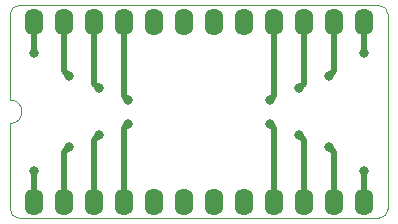
<source format=gbl>
G04 #@! TF.FileFunction,Copper,L2,Bot,Signal*
%FSLAX46Y46*%
G04 Gerber Fmt 4.6, Leading zero omitted, Abs format (unit mm)*
G04 Created by KiCad (PCBNEW 4.0.2-4+6225~38~ubuntu15.10.1-stable) date Fri May 13 21:54:02 2016*
%MOMM*%
G01*
G04 APERTURE LIST*
%ADD10C,0.101600*%
%ADD11C,0.100000*%
%ADD12O,1.600200X2.286000*%
%ADD13C,0.800000*%
%ADD14C,0.500000*%
G04 APERTURE END LIST*
D10*
D11*
X0Y8000000D02*
X0Y750000D01*
X0Y8000000D02*
G75*
G03X0Y10000000I0J1000000D01*
G01*
X32000000Y17250000D02*
G75*
G03X31250000Y18000000I-750000J0D01*
G01*
X0Y750000D02*
G75*
G03X750000Y0I750000J0D01*
G01*
X31250000Y0D02*
G75*
G03X32000000Y750000I0J750000D01*
G01*
X750000Y18000000D02*
G75*
G03X0Y17250000I0J-750000D01*
G01*
X0Y10000000D02*
X0Y17250000D01*
X31250000Y0D02*
X750000Y0D01*
X32000000Y17250000D02*
X32000000Y750000D01*
X750000Y18000000D02*
X31250000Y18000000D01*
D12*
X2030000Y1380000D03*
X4570000Y1380000D03*
X7110000Y1380000D03*
X9650000Y1380000D03*
X12190000Y1380000D03*
X14730000Y1380000D03*
X17270000Y1380000D03*
X19810000Y1380000D03*
X22350000Y1380000D03*
X24890000Y1380000D03*
X27430000Y1380000D03*
X29970000Y1380000D03*
X29970000Y16620000D03*
X27430000Y16620000D03*
X24890000Y16620000D03*
X22350000Y16620000D03*
X19810000Y16620000D03*
X17270000Y16620000D03*
X14730000Y16620000D03*
X12190000Y16620000D03*
X9650000Y16620000D03*
X7110000Y16620000D03*
X4570000Y16620000D03*
X2030000Y16620000D03*
D13*
X2000000Y4000000D03*
X5000000Y6000000D03*
X7500000Y7000000D03*
X10000000Y8000000D03*
X22000000Y8000000D03*
X24500000Y7000000D03*
X27000000Y6000000D03*
X30000000Y4000000D03*
X30000000Y14000000D03*
X27000000Y12000000D03*
X24500000Y11000000D03*
X22000000Y10000000D03*
X10000000Y10000000D03*
X7500000Y11000000D03*
X5000000Y12000000D03*
X2000000Y14000000D03*
D14*
X2030000Y3970000D02*
X2030000Y1380000D01*
X2000000Y4000000D02*
X2030000Y3970000D01*
X4570000Y5570000D02*
X4570000Y1380000D01*
X5000000Y6000000D02*
X4570000Y5570000D01*
X7110000Y6610000D02*
X7110000Y1380000D01*
X7500000Y7000000D02*
X7110000Y6610000D01*
X9650000Y7650000D02*
X9650000Y1380000D01*
X10000000Y8000000D02*
X9650000Y7650000D01*
X22350000Y7650000D02*
X22350000Y1380000D01*
X22000000Y8000000D02*
X22350000Y7650000D01*
X24890000Y6610000D02*
X24890000Y1380000D01*
X24500000Y7000000D02*
X24890000Y6610000D01*
X27430000Y5570000D02*
X27430000Y1380000D01*
X27000000Y6000000D02*
X27430000Y5570000D01*
X29970000Y3970000D02*
X29970000Y1380000D01*
X30000000Y4000000D02*
X29970000Y3970000D01*
X29970000Y14030000D02*
X29970000Y16620000D01*
X30000000Y14000000D02*
X29970000Y14030000D01*
X27430000Y12430000D02*
X27430000Y16620000D01*
X27000000Y12000000D02*
X27430000Y12430000D01*
X24890000Y11390000D02*
X24890000Y16620000D01*
X24500000Y11000000D02*
X24890000Y11390000D01*
X22350000Y10350000D02*
X22350000Y16620000D01*
X22000000Y10000000D02*
X22350000Y10350000D01*
X9650000Y10350000D02*
X9650000Y16620000D01*
X10000000Y10000000D02*
X9650000Y10350000D01*
X7110000Y11390000D02*
X7110000Y16620000D01*
X7500000Y11000000D02*
X7110000Y11390000D01*
X4570000Y12430000D02*
X4570000Y16620000D01*
X5000000Y12000000D02*
X4570000Y12430000D01*
X2030000Y14030000D02*
X2030000Y16620000D01*
X2000000Y14000000D02*
X2030000Y14030000D01*
M02*

</source>
